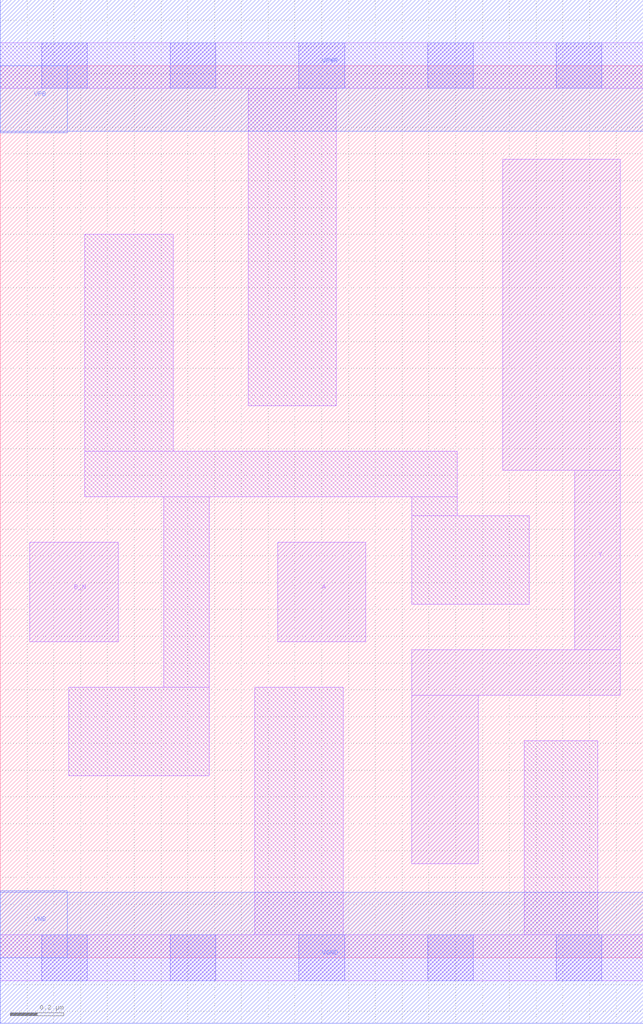
<source format=lef>
# Copyright 2020 The SkyWater PDK Authors
#
# Licensed under the Apache License, Version 2.0 (the "License");
# you may not use this file except in compliance with the License.
# You may obtain a copy of the License at
#
#     https://www.apache.org/licenses/LICENSE-2.0
#
# Unless required by applicable law or agreed to in writing, software
# distributed under the License is distributed on an "AS IS" BASIS,
# WITHOUT WARRANTIES OR CONDITIONS OF ANY KIND, either express or implied.
# See the License for the specific language governing permissions and
# limitations under the License.
#
# SPDX-License-Identifier: Apache-2.0

VERSION 5.5 ;
NAMESCASESENSITIVE ON ;
BUSBITCHARS "[]" ;
DIVIDERCHAR "/" ;
MACRO sky130_fd_sc_ms__nor2b_1
  CLASS CORE ;
  SOURCE USER ;
  ORIGIN  0.000000  0.000000 ;
  SIZE  2.400000 BY  3.330000 ;
  SYMMETRY X Y ;
  SITE unit ;
  PIN A
    ANTENNAGATEAREA  0.279000 ;
    DIRECTION INPUT ;
    USE SIGNAL ;
    PORT
      LAYER li1 ;
        RECT 1.035000 1.180000 1.365000 1.550000 ;
    END
  END A
  PIN B_N
    ANTENNAGATEAREA  0.208000 ;
    DIRECTION INPUT ;
    USE SIGNAL ;
    PORT
      LAYER li1 ;
        RECT 0.110000 1.180000 0.440000 1.550000 ;
    END
  END B_N
  PIN Y
    ANTENNADIFFAREA  0.682700 ;
    DIRECTION OUTPUT ;
    USE SIGNAL ;
    PORT
      LAYER li1 ;
        RECT 1.535000 0.350000 1.785000 0.980000 ;
        RECT 1.535000 0.980000 2.315000 1.150000 ;
        RECT 1.875000 1.820000 2.315000 2.980000 ;
        RECT 2.145000 1.150000 2.315000 1.820000 ;
    END
  END Y
  PIN VGND
    DIRECTION INOUT ;
    USE GROUND ;
    PORT
      LAYER met1 ;
        RECT 0.000000 -0.245000 2.400000 0.245000 ;
    END
  END VGND
  PIN VNB
    DIRECTION INOUT ;
    USE GROUND ;
    PORT
    END
  END VNB
  PIN VPB
    DIRECTION INOUT ;
    USE POWER ;
    PORT
    END
  END VPB
  PIN VNB
    DIRECTION INOUT ;
    USE GROUND ;
    PORT
      LAYER met1 ;
        RECT 0.000000 0.000000 0.250000 0.250000 ;
    END
  END VNB
  PIN VPB
    DIRECTION INOUT ;
    USE POWER ;
    PORT
      LAYER met1 ;
        RECT 0.000000 3.080000 0.250000 3.330000 ;
    END
  END VPB
  PIN VPWR
    DIRECTION INOUT ;
    USE POWER ;
    PORT
      LAYER met1 ;
        RECT 0.000000 3.085000 2.400000 3.575000 ;
    END
  END VPWR
  OBS
    LAYER li1 ;
      RECT 0.000000 -0.085000 2.400000 0.085000 ;
      RECT 0.000000  3.245000 2.400000 3.415000 ;
      RECT 0.255000  0.680000 0.780000 1.010000 ;
      RECT 0.315000  1.720000 1.705000 1.890000 ;
      RECT 0.315000  1.890000 0.645000 2.700000 ;
      RECT 0.610000  1.010000 0.780000 1.720000 ;
      RECT 0.925000  2.060000 1.255000 3.245000 ;
      RECT 0.950000  0.085000 1.280000 1.010000 ;
      RECT 1.535000  1.320000 1.975000 1.650000 ;
      RECT 1.535000  1.650000 1.705000 1.720000 ;
      RECT 1.955000  0.085000 2.230000 0.810000 ;
    LAYER mcon ;
      RECT 0.155000 -0.085000 0.325000 0.085000 ;
      RECT 0.155000  3.245000 0.325000 3.415000 ;
      RECT 0.635000 -0.085000 0.805000 0.085000 ;
      RECT 0.635000  3.245000 0.805000 3.415000 ;
      RECT 1.115000 -0.085000 1.285000 0.085000 ;
      RECT 1.115000  3.245000 1.285000 3.415000 ;
      RECT 1.595000 -0.085000 1.765000 0.085000 ;
      RECT 1.595000  3.245000 1.765000 3.415000 ;
      RECT 2.075000 -0.085000 2.245000 0.085000 ;
      RECT 2.075000  3.245000 2.245000 3.415000 ;
  END
END sky130_fd_sc_ms__nor2b_1
END LIBRARY

</source>
